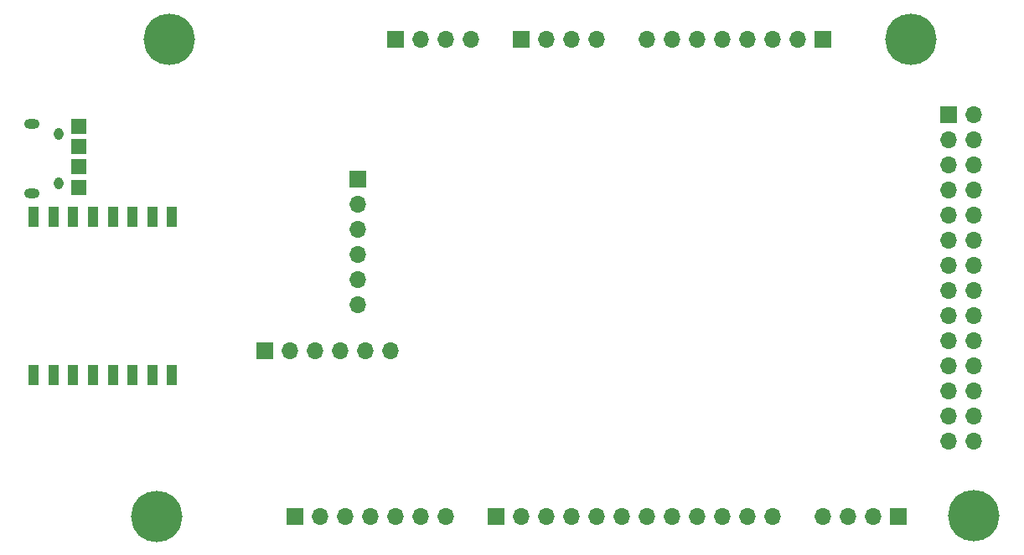
<source format=gbs>
G04 #@! TF.FileFunction,Soldermask,Bot*
%FSLAX46Y46*%
G04 Gerber Fmt 4.6, Leading zero omitted, Abs format (unit mm)*
G04 Created by KiCad (PCBNEW 4.0.7-e2-6376~58~ubuntu16.04.1) date Wed Sep 12 20:07:01 2018*
%MOMM*%
%LPD*%
G01*
G04 APERTURE LIST*
%ADD10C,0.100000*%
%ADD11C,5.200000*%
%ADD12O,0.950000X1.250000*%
%ADD13O,1.550000X1.000000*%
%ADD14R,1.000000X2.000000*%
%ADD15R,1.700000X1.700000*%
%ADD16O,1.700000X1.700000*%
%ADD17R,1.500000X1.500000*%
G04 APERTURE END LIST*
D10*
D11*
X187420000Y-111010000D03*
D12*
X94980000Y-72360000D03*
X94980000Y-77360000D03*
D13*
X92280000Y-71360000D03*
X92280000Y-78360000D03*
D14*
X106440000Y-96770000D03*
X104440000Y-96770000D03*
X102440000Y-96770000D03*
X100440000Y-96770000D03*
X98440000Y-96770000D03*
X96440000Y-96770000D03*
X94440000Y-96770000D03*
X92440000Y-96770000D03*
X92440000Y-80770000D03*
X94440000Y-80770000D03*
X96440000Y-80770000D03*
X98440000Y-80770000D03*
X100440000Y-80770000D03*
X102440000Y-80770000D03*
X104440000Y-80770000D03*
X106440000Y-80770000D03*
D15*
X129030000Y-62790000D03*
D16*
X131570000Y-62790000D03*
X134110000Y-62790000D03*
X136650000Y-62790000D03*
D17*
X96960000Y-77760000D03*
X96970000Y-71590000D03*
X96960000Y-75700000D03*
X96990000Y-73650000D03*
D15*
X141740000Y-62780000D03*
D16*
X144280000Y-62780000D03*
X146820000Y-62780000D03*
X149360000Y-62780000D03*
D15*
X179840000Y-111040000D03*
D16*
X177300000Y-111040000D03*
X174760000Y-111040000D03*
X172220000Y-111040000D03*
D11*
X181090000Y-62780000D03*
X106150000Y-62770000D03*
X104880000Y-111020000D03*
D15*
X139200000Y-111040000D03*
D16*
X141740000Y-111040000D03*
X144280000Y-111040000D03*
X146820000Y-111040000D03*
X149360000Y-111040000D03*
X151900000Y-111040000D03*
X154440000Y-111040000D03*
X156980000Y-111040000D03*
X159520000Y-111040000D03*
X162060000Y-111040000D03*
X164600000Y-111040000D03*
X167140000Y-111040000D03*
D15*
X184890000Y-70410000D03*
D16*
X187430000Y-70410000D03*
X184890000Y-72950000D03*
X187430000Y-72950000D03*
X184890000Y-75490000D03*
X187430000Y-75490000D03*
X184890000Y-78030000D03*
X187430000Y-78030000D03*
X184890000Y-80570000D03*
X187430000Y-80570000D03*
X184890000Y-83110000D03*
X187430000Y-83110000D03*
X184890000Y-85650000D03*
X187430000Y-85650000D03*
X184890000Y-88190000D03*
X187430000Y-88190000D03*
X184890000Y-90730000D03*
X187430000Y-90730000D03*
X184890000Y-93270000D03*
X187430000Y-93270000D03*
X184890000Y-95810000D03*
X187430000Y-95810000D03*
X184890000Y-98350000D03*
X187430000Y-98350000D03*
X184890000Y-100890000D03*
X187430000Y-100890000D03*
X184890000Y-103430000D03*
X187430000Y-103430000D03*
D15*
X115820000Y-94340000D03*
D16*
X118360000Y-94340000D03*
X120900000Y-94340000D03*
X123440000Y-94340000D03*
X125980000Y-94340000D03*
X128520000Y-94340000D03*
D15*
X125170000Y-76950000D03*
D16*
X125170000Y-79490000D03*
X125170000Y-82030000D03*
X125170000Y-84570000D03*
X125170000Y-87110000D03*
X125170000Y-89650000D03*
D15*
X118880000Y-111090000D03*
D16*
X121420000Y-111090000D03*
X123960000Y-111090000D03*
X126500000Y-111090000D03*
X129040000Y-111090000D03*
X131580000Y-111090000D03*
X134120000Y-111090000D03*
D15*
X172220000Y-62770000D03*
D16*
X169680000Y-62770000D03*
X167140000Y-62770000D03*
X164600000Y-62770000D03*
X162060000Y-62770000D03*
X159520000Y-62770000D03*
X156980000Y-62770000D03*
X154440000Y-62770000D03*
M02*

</source>
